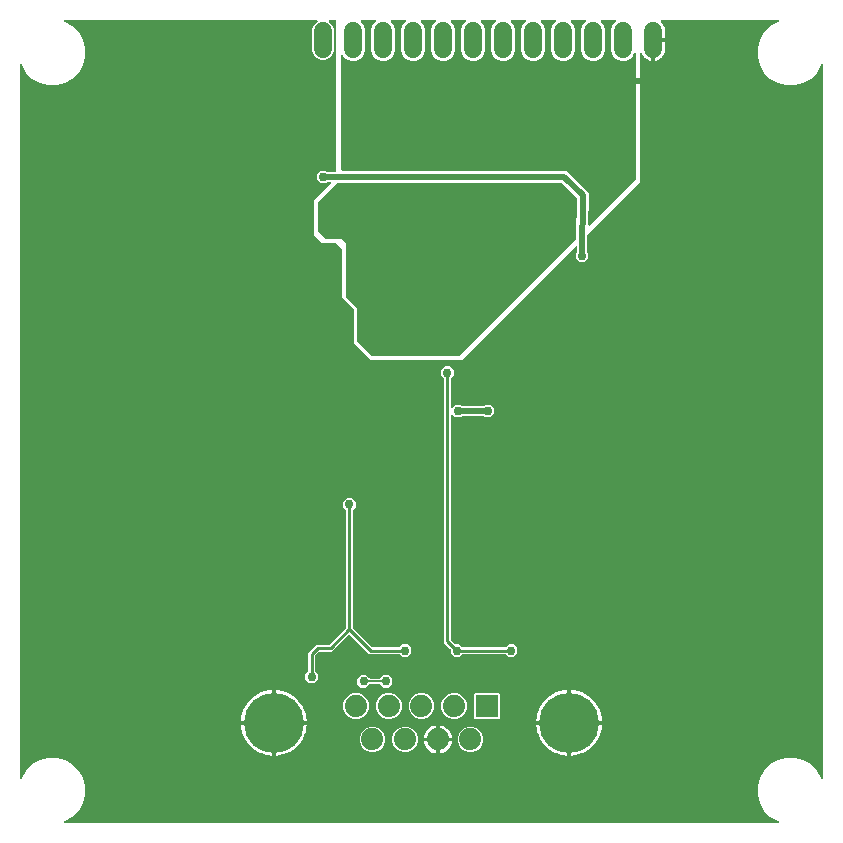
<source format=gbr>
G04 EAGLE Gerber RS-274X export*
G75*
%MOMM*%
%FSLAX34Y34*%
%LPD*%
%INBottom Copper*%
%IPPOS*%
%AMOC8*
5,1,8,0,0,1.08239X$1,22.5*%
G01*
%ADD10C,1.524000*%
%ADD11R,1.879600X1.879600*%
%ADD12C,1.879600*%
%ADD13C,5.080000*%
%ADD14C,0.756400*%
%ADD15C,0.508000*%
%ADD16C,0.254000*%
%ADD17C,0.152400*%

G36*
X651900Y10165D02*
X651900Y10165D01*
X651924Y10162D01*
X652021Y10184D01*
X652119Y10200D01*
X652141Y10212D01*
X652164Y10217D01*
X652249Y10269D01*
X652337Y10316D01*
X652353Y10333D01*
X652374Y10346D01*
X652438Y10422D01*
X652506Y10494D01*
X652516Y10516D01*
X652532Y10534D01*
X652568Y10627D01*
X652610Y10717D01*
X652612Y10741D01*
X652621Y10763D01*
X652626Y10863D01*
X652637Y10961D01*
X652632Y10985D01*
X652633Y11009D01*
X652606Y11105D01*
X652584Y11202D01*
X652572Y11222D01*
X652565Y11246D01*
X652509Y11328D01*
X652458Y11413D01*
X652440Y11429D01*
X652426Y11448D01*
X652347Y11508D01*
X652271Y11573D01*
X652249Y11582D01*
X652230Y11596D01*
X652073Y11657D01*
X651823Y11724D01*
X645516Y15366D01*
X640366Y20516D01*
X636724Y26823D01*
X634839Y33858D01*
X634839Y41142D01*
X636724Y48177D01*
X640366Y54484D01*
X645516Y59634D01*
X651823Y63276D01*
X658858Y65161D01*
X666142Y65161D01*
X673177Y63276D01*
X679484Y59634D01*
X684634Y54484D01*
X688276Y48177D01*
X688343Y47927D01*
X688353Y47904D01*
X688357Y47881D01*
X688403Y47793D01*
X688444Y47702D01*
X688460Y47685D01*
X688472Y47663D01*
X688544Y47595D01*
X688611Y47522D01*
X688632Y47511D01*
X688650Y47494D01*
X688740Y47452D01*
X688827Y47405D01*
X688851Y47401D01*
X688873Y47390D01*
X688972Y47379D01*
X689070Y47362D01*
X689094Y47366D01*
X689117Y47363D01*
X689215Y47384D01*
X689313Y47399D01*
X689334Y47410D01*
X689358Y47416D01*
X689443Y47466D01*
X689531Y47512D01*
X689548Y47529D01*
X689569Y47542D01*
X689634Y47617D01*
X689703Y47689D01*
X689713Y47710D01*
X689729Y47729D01*
X689766Y47821D01*
X689809Y47910D01*
X689812Y47934D01*
X689821Y47957D01*
X689839Y48124D01*
X689839Y651876D01*
X689835Y651900D01*
X689838Y651924D01*
X689816Y652021D01*
X689800Y652119D01*
X689788Y652141D01*
X689783Y652164D01*
X689731Y652249D01*
X689684Y652337D01*
X689667Y652353D01*
X689654Y652374D01*
X689578Y652438D01*
X689506Y652506D01*
X689484Y652516D01*
X689466Y652532D01*
X689373Y652568D01*
X689283Y652610D01*
X689259Y652612D01*
X689237Y652621D01*
X689137Y652626D01*
X689039Y652637D01*
X689015Y652632D01*
X688991Y652633D01*
X688895Y652606D01*
X688798Y652584D01*
X688778Y652572D01*
X688754Y652565D01*
X688672Y652509D01*
X688587Y652458D01*
X688571Y652440D01*
X688552Y652426D01*
X688492Y652347D01*
X688427Y652271D01*
X688418Y652249D01*
X688404Y652230D01*
X688343Y652073D01*
X688276Y651823D01*
X684634Y645516D01*
X679484Y640366D01*
X673177Y636724D01*
X666142Y634839D01*
X658858Y634839D01*
X651823Y636724D01*
X645516Y640366D01*
X640366Y645516D01*
X636724Y651823D01*
X634839Y658858D01*
X634839Y666142D01*
X636724Y673177D01*
X640366Y679484D01*
X645516Y684634D01*
X651823Y688276D01*
X652073Y688343D01*
X652096Y688353D01*
X652119Y688357D01*
X652207Y688403D01*
X652298Y688444D01*
X652315Y688460D01*
X652337Y688472D01*
X652405Y688544D01*
X652478Y688611D01*
X652489Y688632D01*
X652506Y688650D01*
X652548Y688740D01*
X652595Y688827D01*
X652599Y688851D01*
X652610Y688873D01*
X652621Y688972D01*
X652638Y689070D01*
X652634Y689094D01*
X652637Y689117D01*
X652616Y689215D01*
X652601Y689313D01*
X652590Y689334D01*
X652584Y689358D01*
X652534Y689443D01*
X652488Y689531D01*
X652471Y689548D01*
X652458Y689569D01*
X652383Y689634D01*
X652311Y689703D01*
X652290Y689713D01*
X652271Y689729D01*
X652179Y689766D01*
X652090Y689809D01*
X652066Y689812D01*
X652043Y689821D01*
X651876Y689839D01*
X553140Y689839D01*
X553132Y689838D01*
X553124Y689839D01*
X553010Y689818D01*
X552897Y689800D01*
X552890Y689796D01*
X552882Y689794D01*
X552781Y689738D01*
X552680Y689684D01*
X552674Y689679D01*
X552667Y689675D01*
X552590Y689589D01*
X552511Y689506D01*
X552507Y689499D01*
X552502Y689493D01*
X552455Y689387D01*
X552407Y689283D01*
X552406Y689275D01*
X552403Y689268D01*
X552392Y689152D01*
X552380Y689039D01*
X552382Y689031D01*
X552381Y689023D01*
X552408Y688911D01*
X552432Y688798D01*
X552436Y688791D01*
X552438Y688784D01*
X552499Y688686D01*
X552558Y688587D01*
X552564Y688582D01*
X552569Y688575D01*
X552693Y688462D01*
X552819Y688370D01*
X553950Y687239D01*
X554890Y685945D01*
X555616Y684520D01*
X556111Y682999D01*
X556361Y681420D01*
X556361Y674523D01*
X546962Y674523D01*
X546942Y674520D01*
X546923Y674522D01*
X546821Y674500D01*
X546719Y674483D01*
X546702Y674474D01*
X546682Y674470D01*
X546593Y674417D01*
X546502Y674368D01*
X546488Y674354D01*
X546471Y674344D01*
X546404Y674265D01*
X546333Y674190D01*
X546324Y674172D01*
X546311Y674157D01*
X546273Y674061D01*
X546229Y673967D01*
X546227Y673947D01*
X546219Y673929D01*
X546201Y673762D01*
X546201Y672999D01*
X545438Y672999D01*
X545418Y672996D01*
X545399Y672998D01*
X545297Y672976D01*
X545195Y672959D01*
X545178Y672950D01*
X545158Y672946D01*
X545069Y672893D01*
X544978Y672844D01*
X544964Y672830D01*
X544947Y672820D01*
X544880Y672741D01*
X544809Y672666D01*
X544800Y672648D01*
X544787Y672633D01*
X544748Y672537D01*
X544705Y672443D01*
X544703Y672423D01*
X544695Y672405D01*
X544677Y672238D01*
X544677Y655334D01*
X543821Y655469D01*
X542300Y655964D01*
X540875Y656690D01*
X539581Y657630D01*
X538450Y658761D01*
X537510Y660055D01*
X536784Y661480D01*
X536724Y661663D01*
X536722Y661667D01*
X536722Y661671D01*
X536666Y661776D01*
X536611Y661882D01*
X536608Y661885D01*
X536606Y661888D01*
X536521Y661969D01*
X536435Y662053D01*
X536431Y662055D01*
X536428Y662058D01*
X536320Y662108D01*
X536213Y662159D01*
X536209Y662160D01*
X536205Y662161D01*
X536087Y662174D01*
X535969Y662189D01*
X535965Y662188D01*
X535961Y662188D01*
X535844Y662163D01*
X535728Y662139D01*
X535724Y662137D01*
X535720Y662136D01*
X535617Y662075D01*
X535515Y662015D01*
X535513Y662012D01*
X535509Y662010D01*
X535431Y661919D01*
X535353Y661830D01*
X535352Y661826D01*
X535349Y661823D01*
X535304Y661711D01*
X535259Y661603D01*
X535259Y661599D01*
X535257Y661595D01*
X535239Y661428D01*
X535239Y552815D01*
X490455Y508031D01*
X490403Y507960D01*
X490346Y507894D01*
X490332Y507861D01*
X490311Y507831D01*
X490285Y507748D01*
X490252Y507667D01*
X490246Y507621D01*
X490239Y507596D01*
X490239Y507565D01*
X490232Y507500D01*
X490101Y494226D01*
X490116Y494132D01*
X490123Y494038D01*
X490134Y494011D01*
X490139Y493983D01*
X490182Y493899D01*
X490220Y493811D01*
X490242Y493783D01*
X490252Y493765D01*
X490275Y493742D01*
X490324Y493680D01*
X491307Y492698D01*
X491307Y488302D01*
X488198Y485193D01*
X483802Y485193D01*
X480693Y488302D01*
X480693Y492698D01*
X481749Y493754D01*
X481800Y493825D01*
X481858Y493891D01*
X481872Y493925D01*
X481893Y493954D01*
X481918Y494037D01*
X481952Y494118D01*
X481958Y494164D01*
X481965Y494189D01*
X481964Y494220D01*
X481972Y494285D01*
X482006Y497737D01*
X481995Y497812D01*
X481993Y497887D01*
X481976Y497933D01*
X481969Y497980D01*
X481934Y498047D01*
X481908Y498118D01*
X481878Y498156D01*
X481856Y498199D01*
X481802Y498251D01*
X481754Y498310D01*
X481714Y498336D01*
X481679Y498370D01*
X481611Y498402D01*
X481548Y498443D01*
X481501Y498455D01*
X481457Y498476D01*
X481382Y498485D01*
X481309Y498503D01*
X481261Y498500D01*
X481213Y498505D01*
X481139Y498490D01*
X481064Y498484D01*
X481019Y498465D01*
X480972Y498455D01*
X480907Y498417D01*
X480838Y498388D01*
X480787Y498347D01*
X480760Y498331D01*
X480743Y498312D01*
X480707Y498283D01*
X384185Y401761D01*
X307065Y401761D01*
X292761Y416065D01*
X292761Y445000D01*
X292747Y445090D01*
X292739Y445181D01*
X292727Y445211D01*
X292722Y445243D01*
X292679Y445323D01*
X292643Y445407D01*
X292617Y445439D01*
X292606Y445460D01*
X292583Y445482D01*
X292538Y445538D01*
X282761Y455315D01*
X282761Y495500D01*
X282747Y495590D01*
X282739Y495681D01*
X282727Y495711D01*
X282722Y495743D01*
X282679Y495823D01*
X282643Y495907D01*
X282617Y495939D01*
X282606Y495960D01*
X282583Y495982D01*
X282538Y496038D01*
X277538Y501038D01*
X277464Y501091D01*
X277395Y501151D01*
X277365Y501163D01*
X277339Y501182D01*
X277252Y501209D01*
X277167Y501243D01*
X277126Y501247D01*
X277103Y501254D01*
X277071Y501253D01*
X277000Y501261D01*
X265315Y501261D01*
X258761Y507815D01*
X258761Y537185D01*
X273212Y551636D01*
X273254Y551694D01*
X273304Y551746D01*
X273326Y551793D01*
X273356Y551835D01*
X273377Y551904D01*
X273407Y551969D01*
X273413Y552021D01*
X273428Y552071D01*
X273426Y552142D01*
X273434Y552213D01*
X273423Y552264D01*
X273422Y552316D01*
X273397Y552384D01*
X273382Y552454D01*
X273355Y552498D01*
X273337Y552547D01*
X273293Y552603D01*
X273256Y552665D01*
X273216Y552699D01*
X273184Y552739D01*
X273123Y552778D01*
X273069Y552825D01*
X273021Y552844D01*
X272977Y552872D01*
X272907Y552890D01*
X272841Y552917D01*
X272769Y552925D01*
X272738Y552933D01*
X272715Y552931D01*
X272674Y552935D01*
X270755Y552935D01*
X270665Y552921D01*
X270574Y552913D01*
X270545Y552901D01*
X270513Y552896D01*
X270432Y552853D01*
X270348Y552817D01*
X270316Y552791D01*
X270295Y552780D01*
X270292Y552777D01*
X270272Y552757D01*
X270217Y552712D01*
X269198Y551693D01*
X264802Y551693D01*
X261693Y554802D01*
X261693Y559198D01*
X264802Y562307D01*
X269198Y562307D01*
X270217Y561288D01*
X270291Y561235D01*
X270361Y561175D01*
X270391Y561163D01*
X270417Y561144D01*
X270504Y561117D01*
X270589Y561083D01*
X270630Y561079D01*
X270652Y561072D01*
X270684Y561073D01*
X270755Y561065D01*
X277000Y561065D01*
X277020Y561068D01*
X277039Y561066D01*
X277141Y561088D01*
X277243Y561104D01*
X277260Y561114D01*
X277280Y561118D01*
X277369Y561171D01*
X277460Y561220D01*
X277474Y561234D01*
X277491Y561244D01*
X277558Y561323D01*
X277630Y561398D01*
X277638Y561416D01*
X277651Y561431D01*
X277690Y561527D01*
X277733Y561621D01*
X277735Y561641D01*
X277743Y561659D01*
X277761Y561826D01*
X277761Y689078D01*
X277758Y689098D01*
X277760Y689117D01*
X277738Y689219D01*
X277722Y689321D01*
X277712Y689338D01*
X277708Y689358D01*
X277655Y689447D01*
X277606Y689538D01*
X277592Y689552D01*
X277582Y689569D01*
X277503Y689636D01*
X277428Y689708D01*
X277410Y689716D01*
X277395Y689729D01*
X277299Y689768D01*
X277205Y689811D01*
X277185Y689813D01*
X277167Y689821D01*
X277000Y689839D01*
X272266Y689839D01*
X272170Y689824D01*
X272073Y689814D01*
X272049Y689804D01*
X272023Y689800D01*
X271937Y689754D01*
X271848Y689714D01*
X271829Y689697D01*
X271806Y689684D01*
X271739Y689614D01*
X271667Y689548D01*
X271655Y689525D01*
X271637Y689506D01*
X271596Y689418D01*
X271549Y689332D01*
X271544Y689307D01*
X271533Y689283D01*
X271522Y689186D01*
X271505Y689090D01*
X271509Y689064D01*
X271506Y689039D01*
X271527Y688943D01*
X271541Y688847D01*
X271553Y688824D01*
X271558Y688798D01*
X271608Y688714D01*
X271652Y688628D01*
X271671Y688609D01*
X271684Y688587D01*
X271758Y688524D01*
X271828Y688455D01*
X271856Y688440D01*
X271871Y688427D01*
X271902Y688415D01*
X271975Y688375D01*
X271980Y688372D01*
X274553Y685800D01*
X275945Y682439D01*
X275945Y663561D01*
X274553Y660200D01*
X271980Y657627D01*
X268619Y656235D01*
X264981Y656235D01*
X261620Y657627D01*
X259047Y660200D01*
X257655Y663561D01*
X257655Y682439D01*
X259047Y685800D01*
X261620Y688372D01*
X261625Y688375D01*
X261708Y688426D01*
X261794Y688472D01*
X261812Y688490D01*
X261834Y688504D01*
X261896Y688579D01*
X261963Y688650D01*
X261974Y688674D01*
X261991Y688694D01*
X262026Y688785D01*
X262067Y688873D01*
X262070Y688899D01*
X262079Y688923D01*
X262083Y689021D01*
X262094Y689117D01*
X262089Y689143D01*
X262090Y689169D01*
X262063Y689262D01*
X262042Y689358D01*
X262029Y689380D01*
X262021Y689405D01*
X261966Y689485D01*
X261916Y689569D01*
X261896Y689586D01*
X261881Y689607D01*
X261803Y689665D01*
X261729Y689729D01*
X261705Y689739D01*
X261684Y689754D01*
X261591Y689784D01*
X261501Y689821D01*
X261468Y689824D01*
X261450Y689830D01*
X261417Y689830D01*
X261334Y689839D01*
X48124Y689839D01*
X48100Y689835D01*
X48076Y689838D01*
X47979Y689816D01*
X47881Y689800D01*
X47859Y689788D01*
X47836Y689783D01*
X47751Y689731D01*
X47663Y689684D01*
X47647Y689667D01*
X47626Y689654D01*
X47562Y689578D01*
X47494Y689506D01*
X47484Y689484D01*
X47468Y689466D01*
X47432Y689373D01*
X47390Y689283D01*
X47388Y689259D01*
X47379Y689237D01*
X47374Y689137D01*
X47363Y689039D01*
X47368Y689015D01*
X47367Y688991D01*
X47394Y688895D01*
X47416Y688798D01*
X47428Y688778D01*
X47435Y688754D01*
X47491Y688672D01*
X47542Y688587D01*
X47560Y688571D01*
X47574Y688552D01*
X47653Y688492D01*
X47729Y688427D01*
X47751Y688418D01*
X47770Y688404D01*
X47927Y688343D01*
X48177Y688276D01*
X54484Y684634D01*
X59634Y679484D01*
X63276Y673177D01*
X65161Y666142D01*
X65161Y658858D01*
X63276Y651823D01*
X59634Y645516D01*
X54484Y640366D01*
X48177Y636724D01*
X41142Y634839D01*
X33858Y634839D01*
X26823Y636724D01*
X20516Y640366D01*
X15366Y645516D01*
X11724Y651823D01*
X11657Y652073D01*
X11647Y652096D01*
X11643Y652119D01*
X11597Y652207D01*
X11556Y652298D01*
X11540Y652315D01*
X11528Y652337D01*
X11456Y652405D01*
X11389Y652478D01*
X11368Y652489D01*
X11350Y652506D01*
X11260Y652548D01*
X11173Y652595D01*
X11149Y652599D01*
X11127Y652610D01*
X11028Y652621D01*
X10930Y652638D01*
X10906Y652634D01*
X10883Y652637D01*
X10785Y652616D01*
X10687Y652601D01*
X10666Y652590D01*
X10642Y652584D01*
X10557Y652534D01*
X10469Y652488D01*
X10452Y652471D01*
X10431Y652458D01*
X10366Y652383D01*
X10297Y652311D01*
X10287Y652290D01*
X10271Y652271D01*
X10234Y652179D01*
X10191Y652090D01*
X10188Y652066D01*
X10179Y652043D01*
X10161Y651876D01*
X10161Y48124D01*
X10165Y48100D01*
X10162Y48076D01*
X10184Y47979D01*
X10200Y47881D01*
X10212Y47859D01*
X10217Y47836D01*
X10269Y47751D01*
X10316Y47663D01*
X10333Y47647D01*
X10346Y47626D01*
X10422Y47562D01*
X10494Y47494D01*
X10516Y47484D01*
X10534Y47468D01*
X10627Y47432D01*
X10717Y47390D01*
X10741Y47388D01*
X10763Y47379D01*
X10863Y47374D01*
X10961Y47363D01*
X10985Y47368D01*
X11009Y47367D01*
X11105Y47394D01*
X11202Y47416D01*
X11222Y47428D01*
X11246Y47435D01*
X11328Y47491D01*
X11413Y47542D01*
X11429Y47560D01*
X11448Y47574D01*
X11508Y47653D01*
X11573Y47729D01*
X11582Y47751D01*
X11596Y47770D01*
X11657Y47927D01*
X11724Y48177D01*
X15366Y54484D01*
X20516Y59634D01*
X26823Y63276D01*
X33858Y65161D01*
X41142Y65161D01*
X48177Y63276D01*
X54484Y59634D01*
X59634Y54484D01*
X63276Y48177D01*
X65161Y41142D01*
X65161Y33858D01*
X63276Y26823D01*
X59634Y20516D01*
X54484Y15366D01*
X48177Y11724D01*
X47927Y11657D01*
X47904Y11647D01*
X47881Y11643D01*
X47793Y11597D01*
X47702Y11556D01*
X47685Y11540D01*
X47663Y11528D01*
X47595Y11456D01*
X47522Y11389D01*
X47511Y11368D01*
X47494Y11350D01*
X47452Y11260D01*
X47405Y11173D01*
X47401Y11149D01*
X47390Y11127D01*
X47379Y11028D01*
X47362Y10930D01*
X47366Y10906D01*
X47363Y10883D01*
X47384Y10785D01*
X47399Y10687D01*
X47410Y10666D01*
X47416Y10642D01*
X47466Y10557D01*
X47512Y10469D01*
X47529Y10452D01*
X47542Y10431D01*
X47617Y10366D01*
X47689Y10297D01*
X47710Y10287D01*
X47729Y10271D01*
X47821Y10234D01*
X47910Y10191D01*
X47934Y10188D01*
X47957Y10179D01*
X48124Y10161D01*
X651876Y10161D01*
X651900Y10165D01*
G37*
G36*
X492204Y515853D02*
X492204Y515853D01*
X492279Y515859D01*
X492324Y515878D01*
X492371Y515887D01*
X492436Y515926D01*
X492505Y515955D01*
X492556Y515996D01*
X492583Y516012D01*
X492600Y516031D01*
X492636Y516060D01*
X531538Y554962D01*
X531591Y555036D01*
X531651Y555105D01*
X531663Y555135D01*
X531682Y555161D01*
X531709Y555248D01*
X531743Y555333D01*
X531747Y555374D01*
X531754Y555397D01*
X531753Y555429D01*
X531761Y555500D01*
X531761Y661464D01*
X531746Y661561D01*
X531736Y661658D01*
X531726Y661681D01*
X531722Y661707D01*
X531676Y661793D01*
X531636Y661882D01*
X531619Y661902D01*
X531606Y661925D01*
X531536Y661992D01*
X531470Y662063D01*
X531447Y662076D01*
X531428Y662094D01*
X531340Y662135D01*
X531254Y662182D01*
X531229Y662187D01*
X531205Y662198D01*
X531108Y662208D01*
X531012Y662226D01*
X530986Y662222D01*
X530961Y662225D01*
X530865Y662204D01*
X530769Y662190D01*
X530746Y662178D01*
X530720Y662172D01*
X530637Y662123D01*
X530550Y662078D01*
X530531Y662060D01*
X530509Y662046D01*
X530446Y661972D01*
X530378Y661903D01*
X530362Y661874D01*
X530349Y661859D01*
X530337Y661829D01*
X530297Y661756D01*
X529414Y659624D01*
X526556Y656766D01*
X522821Y655219D01*
X518779Y655219D01*
X515044Y656766D01*
X512186Y659624D01*
X510639Y663359D01*
X510639Y682641D01*
X512186Y686376D01*
X514350Y688540D01*
X514392Y688598D01*
X514442Y688650D01*
X514463Y688697D01*
X514494Y688739D01*
X514515Y688808D01*
X514545Y688873D01*
X514551Y688925D01*
X514566Y688975D01*
X514564Y689046D01*
X514572Y689117D01*
X514561Y689168D01*
X514560Y689220D01*
X514535Y689288D01*
X514520Y689358D01*
X514493Y689403D01*
X514475Y689451D01*
X514431Y689507D01*
X514394Y689569D01*
X514354Y689603D01*
X514322Y689643D01*
X514261Y689682D01*
X514207Y689729D01*
X514159Y689748D01*
X514115Y689776D01*
X514045Y689794D01*
X513979Y689821D01*
X513907Y689829D01*
X513876Y689837D01*
X513853Y689835D01*
X513812Y689839D01*
X502388Y689839D01*
X502317Y689828D01*
X502246Y689826D01*
X502197Y689808D01*
X502145Y689800D01*
X502082Y689766D01*
X502015Y689741D01*
X501974Y689709D01*
X501928Y689684D01*
X501879Y689632D01*
X501823Y689588D01*
X501794Y689544D01*
X501758Y689506D01*
X501728Y689441D01*
X501690Y689381D01*
X501677Y689330D01*
X501655Y689283D01*
X501647Y689212D01*
X501629Y689142D01*
X501634Y689090D01*
X501628Y689039D01*
X501643Y688968D01*
X501649Y688897D01*
X501669Y688849D01*
X501680Y688798D01*
X501717Y688737D01*
X501745Y688671D01*
X501790Y688615D01*
X501806Y688587D01*
X501824Y688572D01*
X501850Y688540D01*
X504014Y686376D01*
X505561Y682641D01*
X505561Y663359D01*
X504014Y659624D01*
X501156Y656766D01*
X497421Y655219D01*
X493379Y655219D01*
X489644Y656766D01*
X486786Y659624D01*
X485239Y663359D01*
X485239Y682641D01*
X486786Y686376D01*
X488950Y688540D01*
X488992Y688598D01*
X489042Y688650D01*
X489063Y688697D01*
X489094Y688739D01*
X489115Y688808D01*
X489145Y688873D01*
X489151Y688925D01*
X489166Y688975D01*
X489164Y689046D01*
X489172Y689117D01*
X489161Y689168D01*
X489160Y689220D01*
X489135Y689288D01*
X489120Y689358D01*
X489093Y689403D01*
X489075Y689451D01*
X489031Y689507D01*
X488994Y689569D01*
X488954Y689603D01*
X488922Y689643D01*
X488861Y689682D01*
X488807Y689729D01*
X488759Y689748D01*
X488715Y689776D01*
X488645Y689794D01*
X488579Y689821D01*
X488507Y689829D01*
X488476Y689837D01*
X488453Y689835D01*
X488412Y689839D01*
X476988Y689839D01*
X476917Y689828D01*
X476846Y689826D01*
X476797Y689808D01*
X476745Y689800D01*
X476682Y689766D01*
X476615Y689741D01*
X476574Y689709D01*
X476528Y689684D01*
X476479Y689632D01*
X476423Y689588D01*
X476394Y689544D01*
X476358Y689506D01*
X476328Y689441D01*
X476290Y689381D01*
X476277Y689330D01*
X476255Y689283D01*
X476247Y689212D01*
X476229Y689142D01*
X476234Y689090D01*
X476228Y689039D01*
X476243Y688968D01*
X476249Y688897D01*
X476269Y688849D01*
X476280Y688798D01*
X476317Y688737D01*
X476345Y688671D01*
X476390Y688615D01*
X476406Y688587D01*
X476424Y688572D01*
X476450Y688540D01*
X478614Y686376D01*
X480161Y682641D01*
X480161Y663359D01*
X478614Y659624D01*
X475756Y656766D01*
X472021Y655219D01*
X467979Y655219D01*
X464244Y656766D01*
X461386Y659624D01*
X459839Y663359D01*
X459839Y682641D01*
X461386Y686376D01*
X463550Y688540D01*
X463592Y688598D01*
X463642Y688650D01*
X463663Y688697D01*
X463694Y688739D01*
X463715Y688808D01*
X463745Y688873D01*
X463751Y688925D01*
X463766Y688975D01*
X463764Y689046D01*
X463772Y689117D01*
X463761Y689168D01*
X463760Y689220D01*
X463735Y689288D01*
X463720Y689358D01*
X463693Y689403D01*
X463675Y689451D01*
X463631Y689507D01*
X463594Y689569D01*
X463554Y689603D01*
X463522Y689643D01*
X463461Y689682D01*
X463407Y689729D01*
X463359Y689748D01*
X463315Y689776D01*
X463245Y689794D01*
X463179Y689821D01*
X463107Y689829D01*
X463076Y689837D01*
X463053Y689835D01*
X463012Y689839D01*
X451588Y689839D01*
X451517Y689828D01*
X451446Y689826D01*
X451397Y689808D01*
X451345Y689800D01*
X451282Y689766D01*
X451215Y689741D01*
X451174Y689709D01*
X451128Y689684D01*
X451079Y689632D01*
X451023Y689588D01*
X450994Y689544D01*
X450958Y689506D01*
X450928Y689441D01*
X450890Y689381D01*
X450877Y689330D01*
X450855Y689283D01*
X450847Y689212D01*
X450829Y689142D01*
X450834Y689090D01*
X450828Y689039D01*
X450843Y688968D01*
X450849Y688897D01*
X450869Y688849D01*
X450880Y688798D01*
X450917Y688737D01*
X450945Y688671D01*
X450990Y688615D01*
X451006Y688587D01*
X451024Y688572D01*
X451050Y688540D01*
X453214Y686376D01*
X454761Y682641D01*
X454761Y663359D01*
X453214Y659624D01*
X450356Y656766D01*
X446621Y655219D01*
X442579Y655219D01*
X438844Y656766D01*
X435986Y659624D01*
X434439Y663359D01*
X434439Y682641D01*
X435986Y686376D01*
X438150Y688540D01*
X438192Y688598D01*
X438242Y688650D01*
X438263Y688697D01*
X438294Y688739D01*
X438315Y688808D01*
X438345Y688873D01*
X438351Y688925D01*
X438366Y688975D01*
X438364Y689046D01*
X438372Y689117D01*
X438361Y689168D01*
X438360Y689220D01*
X438335Y689288D01*
X438320Y689358D01*
X438293Y689403D01*
X438275Y689451D01*
X438231Y689507D01*
X438194Y689569D01*
X438154Y689603D01*
X438122Y689643D01*
X438061Y689682D01*
X438007Y689729D01*
X437959Y689748D01*
X437915Y689776D01*
X437845Y689794D01*
X437779Y689821D01*
X437707Y689829D01*
X437676Y689837D01*
X437653Y689835D01*
X437612Y689839D01*
X426188Y689839D01*
X426117Y689828D01*
X426046Y689826D01*
X425997Y689808D01*
X425945Y689800D01*
X425882Y689766D01*
X425815Y689741D01*
X425774Y689709D01*
X425728Y689684D01*
X425679Y689632D01*
X425623Y689588D01*
X425594Y689544D01*
X425558Y689506D01*
X425528Y689441D01*
X425490Y689381D01*
X425477Y689330D01*
X425455Y689283D01*
X425447Y689212D01*
X425429Y689142D01*
X425434Y689090D01*
X425428Y689039D01*
X425443Y688968D01*
X425449Y688897D01*
X425469Y688849D01*
X425480Y688798D01*
X425517Y688737D01*
X425545Y688671D01*
X425590Y688615D01*
X425606Y688587D01*
X425624Y688572D01*
X425650Y688540D01*
X427814Y686376D01*
X429361Y682641D01*
X429361Y663359D01*
X427814Y659624D01*
X424956Y656766D01*
X421221Y655219D01*
X417179Y655219D01*
X413444Y656766D01*
X410586Y659624D01*
X409039Y663359D01*
X409039Y682641D01*
X410586Y686376D01*
X412750Y688540D01*
X412792Y688598D01*
X412842Y688650D01*
X412863Y688697D01*
X412894Y688739D01*
X412915Y688808D01*
X412945Y688873D01*
X412951Y688925D01*
X412966Y688975D01*
X412964Y689046D01*
X412972Y689117D01*
X412961Y689168D01*
X412960Y689220D01*
X412935Y689288D01*
X412920Y689358D01*
X412893Y689403D01*
X412875Y689451D01*
X412831Y689507D01*
X412794Y689569D01*
X412754Y689603D01*
X412722Y689643D01*
X412661Y689682D01*
X412607Y689729D01*
X412559Y689748D01*
X412515Y689776D01*
X412445Y689794D01*
X412379Y689821D01*
X412307Y689829D01*
X412276Y689837D01*
X412253Y689835D01*
X412212Y689839D01*
X400788Y689839D01*
X400717Y689828D01*
X400646Y689826D01*
X400597Y689808D01*
X400545Y689800D01*
X400482Y689766D01*
X400415Y689741D01*
X400374Y689709D01*
X400328Y689684D01*
X400279Y689632D01*
X400223Y689588D01*
X400194Y689544D01*
X400158Y689506D01*
X400128Y689441D01*
X400090Y689381D01*
X400077Y689330D01*
X400055Y689283D01*
X400047Y689212D01*
X400029Y689142D01*
X400034Y689090D01*
X400028Y689039D01*
X400043Y688968D01*
X400049Y688897D01*
X400069Y688849D01*
X400080Y688798D01*
X400117Y688737D01*
X400145Y688671D01*
X400190Y688615D01*
X400206Y688587D01*
X400224Y688572D01*
X400250Y688540D01*
X402414Y686376D01*
X403961Y682641D01*
X403961Y663359D01*
X402414Y659624D01*
X399556Y656766D01*
X395821Y655219D01*
X391779Y655219D01*
X388044Y656766D01*
X385186Y659624D01*
X383639Y663359D01*
X383639Y682641D01*
X385186Y686376D01*
X387350Y688540D01*
X387392Y688598D01*
X387442Y688650D01*
X387463Y688697D01*
X387494Y688739D01*
X387515Y688808D01*
X387545Y688873D01*
X387551Y688925D01*
X387566Y688975D01*
X387564Y689046D01*
X387572Y689117D01*
X387561Y689168D01*
X387560Y689220D01*
X387535Y689288D01*
X387520Y689358D01*
X387493Y689403D01*
X387475Y689451D01*
X387431Y689507D01*
X387394Y689569D01*
X387354Y689603D01*
X387322Y689643D01*
X387261Y689682D01*
X387207Y689729D01*
X387159Y689748D01*
X387115Y689776D01*
X387045Y689794D01*
X386979Y689821D01*
X386907Y689829D01*
X386876Y689837D01*
X386853Y689835D01*
X386812Y689839D01*
X375388Y689839D01*
X375317Y689828D01*
X375246Y689826D01*
X375197Y689808D01*
X375145Y689800D01*
X375082Y689766D01*
X375015Y689741D01*
X374974Y689709D01*
X374928Y689684D01*
X374879Y689632D01*
X374823Y689588D01*
X374794Y689544D01*
X374758Y689506D01*
X374728Y689441D01*
X374690Y689381D01*
X374677Y689330D01*
X374655Y689283D01*
X374647Y689212D01*
X374629Y689142D01*
X374634Y689090D01*
X374628Y689039D01*
X374643Y688968D01*
X374649Y688897D01*
X374669Y688849D01*
X374680Y688798D01*
X374717Y688737D01*
X374745Y688671D01*
X374790Y688615D01*
X374806Y688587D01*
X374824Y688572D01*
X374850Y688540D01*
X377014Y686376D01*
X378561Y682641D01*
X378561Y663359D01*
X377014Y659624D01*
X374156Y656766D01*
X370421Y655219D01*
X366379Y655219D01*
X362644Y656766D01*
X359786Y659624D01*
X358239Y663359D01*
X358239Y682641D01*
X359786Y686376D01*
X361950Y688540D01*
X361992Y688598D01*
X362042Y688650D01*
X362063Y688697D01*
X362094Y688739D01*
X362115Y688808D01*
X362145Y688873D01*
X362151Y688925D01*
X362166Y688975D01*
X362164Y689046D01*
X362172Y689117D01*
X362161Y689168D01*
X362160Y689220D01*
X362135Y689288D01*
X362120Y689358D01*
X362093Y689403D01*
X362075Y689451D01*
X362031Y689507D01*
X361994Y689569D01*
X361954Y689603D01*
X361922Y689643D01*
X361861Y689682D01*
X361807Y689729D01*
X361759Y689748D01*
X361715Y689776D01*
X361645Y689794D01*
X361579Y689821D01*
X361507Y689829D01*
X361476Y689837D01*
X361453Y689835D01*
X361412Y689839D01*
X349988Y689839D01*
X349917Y689828D01*
X349846Y689826D01*
X349797Y689808D01*
X349745Y689800D01*
X349682Y689766D01*
X349615Y689741D01*
X349574Y689709D01*
X349528Y689684D01*
X349479Y689632D01*
X349423Y689588D01*
X349394Y689544D01*
X349358Y689506D01*
X349328Y689441D01*
X349290Y689381D01*
X349277Y689330D01*
X349255Y689283D01*
X349247Y689212D01*
X349229Y689142D01*
X349234Y689090D01*
X349228Y689039D01*
X349243Y688968D01*
X349249Y688897D01*
X349269Y688849D01*
X349280Y688798D01*
X349317Y688737D01*
X349345Y688671D01*
X349390Y688615D01*
X349406Y688587D01*
X349424Y688572D01*
X349450Y688540D01*
X351614Y686376D01*
X353161Y682641D01*
X353161Y663359D01*
X351614Y659624D01*
X348756Y656766D01*
X345021Y655219D01*
X340979Y655219D01*
X337244Y656766D01*
X334386Y659624D01*
X332839Y663359D01*
X332839Y682641D01*
X334386Y686376D01*
X336550Y688540D01*
X336592Y688598D01*
X336642Y688650D01*
X336663Y688697D01*
X336694Y688739D01*
X336715Y688808D01*
X336745Y688873D01*
X336751Y688925D01*
X336766Y688975D01*
X336764Y689046D01*
X336772Y689117D01*
X336761Y689168D01*
X336760Y689220D01*
X336735Y689288D01*
X336720Y689358D01*
X336693Y689403D01*
X336675Y689451D01*
X336631Y689507D01*
X336594Y689569D01*
X336554Y689603D01*
X336522Y689643D01*
X336461Y689682D01*
X336407Y689729D01*
X336359Y689748D01*
X336315Y689776D01*
X336245Y689794D01*
X336179Y689821D01*
X336107Y689829D01*
X336076Y689837D01*
X336053Y689835D01*
X336012Y689839D01*
X324588Y689839D01*
X324517Y689828D01*
X324446Y689826D01*
X324397Y689808D01*
X324345Y689800D01*
X324282Y689766D01*
X324215Y689741D01*
X324174Y689709D01*
X324128Y689684D01*
X324079Y689632D01*
X324023Y689588D01*
X323994Y689544D01*
X323958Y689506D01*
X323928Y689441D01*
X323890Y689381D01*
X323877Y689330D01*
X323855Y689283D01*
X323847Y689212D01*
X323829Y689142D01*
X323834Y689090D01*
X323828Y689039D01*
X323843Y688968D01*
X323849Y688897D01*
X323869Y688849D01*
X323880Y688798D01*
X323917Y688737D01*
X323945Y688671D01*
X323990Y688615D01*
X324006Y688587D01*
X324024Y688572D01*
X324050Y688540D01*
X326214Y686376D01*
X327761Y682641D01*
X327761Y663359D01*
X326214Y659624D01*
X323356Y656766D01*
X319621Y655219D01*
X315579Y655219D01*
X311844Y656766D01*
X308986Y659624D01*
X307439Y663359D01*
X307439Y682641D01*
X308986Y686376D01*
X311150Y688540D01*
X311192Y688598D01*
X311242Y688650D01*
X311263Y688697D01*
X311294Y688739D01*
X311315Y688808D01*
X311345Y688873D01*
X311351Y688925D01*
X311366Y688975D01*
X311364Y689046D01*
X311372Y689117D01*
X311361Y689168D01*
X311360Y689220D01*
X311335Y689288D01*
X311320Y689358D01*
X311293Y689403D01*
X311275Y689451D01*
X311231Y689507D01*
X311194Y689569D01*
X311154Y689603D01*
X311122Y689643D01*
X311061Y689682D01*
X311007Y689729D01*
X310959Y689748D01*
X310915Y689776D01*
X310845Y689794D01*
X310779Y689821D01*
X310707Y689829D01*
X310676Y689837D01*
X310653Y689835D01*
X310612Y689839D01*
X299188Y689839D01*
X299117Y689828D01*
X299046Y689826D01*
X298997Y689808D01*
X298945Y689800D01*
X298882Y689766D01*
X298815Y689741D01*
X298774Y689709D01*
X298728Y689684D01*
X298679Y689632D01*
X298623Y689588D01*
X298594Y689544D01*
X298558Y689506D01*
X298528Y689441D01*
X298490Y689381D01*
X298477Y689330D01*
X298455Y689283D01*
X298447Y689212D01*
X298429Y689142D01*
X298434Y689090D01*
X298428Y689039D01*
X298443Y688968D01*
X298449Y688897D01*
X298469Y688849D01*
X298480Y688798D01*
X298517Y688737D01*
X298545Y688671D01*
X298590Y688615D01*
X298606Y688587D01*
X298624Y688572D01*
X298650Y688540D01*
X300814Y686376D01*
X302361Y682641D01*
X302361Y663359D01*
X300814Y659624D01*
X297956Y656766D01*
X294221Y655219D01*
X290179Y655219D01*
X286444Y656766D01*
X283586Y659624D01*
X283352Y660189D01*
X283300Y660273D01*
X283254Y660360D01*
X283236Y660377D01*
X283223Y660398D01*
X283146Y660461D01*
X283075Y660529D01*
X283052Y660540D01*
X283033Y660555D01*
X282941Y660591D01*
X282851Y660632D01*
X282827Y660635D01*
X282803Y660643D01*
X282705Y660648D01*
X282607Y660658D01*
X282582Y660653D01*
X282558Y660654D01*
X282463Y660626D01*
X282366Y660605D01*
X282345Y660592D01*
X282321Y660585D01*
X282240Y660529D01*
X282156Y660478D01*
X282140Y660459D01*
X282119Y660445D01*
X282060Y660366D01*
X281997Y660291D01*
X281987Y660268D01*
X281973Y660248D01*
X281942Y660154D01*
X281905Y660062D01*
X281902Y660032D01*
X281896Y660014D01*
X281897Y659981D01*
X281888Y659895D01*
X282248Y562839D01*
X282251Y562821D01*
X282249Y562803D01*
X282271Y562700D01*
X282288Y562597D01*
X282297Y562580D01*
X282301Y562562D01*
X282355Y562472D01*
X282404Y562380D01*
X282418Y562367D01*
X282427Y562351D01*
X282507Y562283D01*
X282583Y562211D01*
X282600Y562203D01*
X282614Y562191D01*
X282712Y562152D01*
X282807Y562108D01*
X282825Y562106D01*
X282842Y562099D01*
X283009Y562081D01*
X473105Y562081D01*
X488405Y546780D01*
X488476Y546729D01*
X488543Y546671D01*
X488547Y546669D01*
X490108Y545077D01*
X490110Y545076D01*
X490113Y545072D01*
X491601Y543584D01*
X491581Y541479D01*
X491581Y541476D01*
X491581Y541472D01*
X491581Y539239D01*
X491577Y539231D01*
X491572Y539185D01*
X491564Y539160D01*
X491565Y539129D01*
X491557Y539064D01*
X491337Y516606D01*
X491348Y516531D01*
X491350Y516456D01*
X491367Y516410D01*
X491374Y516362D01*
X491409Y516296D01*
X491435Y516225D01*
X491465Y516187D01*
X491487Y516144D01*
X491541Y516092D01*
X491588Y516033D01*
X491629Y516006D01*
X491664Y515973D01*
X491732Y515940D01*
X491795Y515900D01*
X491842Y515888D01*
X491886Y515867D01*
X491961Y515858D01*
X492034Y515840D01*
X492082Y515843D01*
X492130Y515838D01*
X492204Y515853D01*
G37*
G36*
X381590Y405254D02*
X381590Y405254D01*
X381681Y405261D01*
X381711Y405273D01*
X381743Y405279D01*
X381823Y405321D01*
X381907Y405357D01*
X381939Y405383D01*
X381960Y405394D01*
X381982Y405417D01*
X382038Y405462D01*
X480836Y504260D01*
X480887Y504331D01*
X480945Y504397D01*
X480959Y504430D01*
X480980Y504459D01*
X481005Y504543D01*
X481039Y504624D01*
X481045Y504670D01*
X481052Y504694D01*
X481051Y504726D01*
X481059Y504790D01*
X481395Y539096D01*
X481381Y539190D01*
X481374Y539285D01*
X481362Y539311D01*
X481358Y539340D01*
X481315Y539424D01*
X481277Y539511D01*
X481255Y539539D01*
X481245Y539558D01*
X481222Y539581D01*
X481173Y539642D01*
X469118Y551696D01*
X469045Y551749D01*
X468975Y551809D01*
X468945Y551821D01*
X468919Y551840D01*
X468832Y551867D01*
X468747Y551901D01*
X468706Y551905D01*
X468684Y551912D01*
X468651Y551911D01*
X468580Y551919D01*
X279158Y551919D01*
X279068Y551905D01*
X278977Y551897D01*
X278947Y551885D01*
X278915Y551880D01*
X278835Y551837D01*
X278751Y551801D01*
X278719Y551775D01*
X278698Y551764D01*
X278676Y551741D01*
X278620Y551696D01*
X262962Y536038D01*
X262909Y535964D01*
X262849Y535895D01*
X262837Y535865D01*
X262818Y535839D01*
X262791Y535752D01*
X262757Y535667D01*
X262753Y535626D01*
X262746Y535603D01*
X262747Y535571D01*
X262739Y535500D01*
X262739Y511000D01*
X262754Y510910D01*
X262761Y510819D01*
X262773Y510789D01*
X262779Y510757D01*
X262821Y510677D01*
X262857Y510593D01*
X262883Y510561D01*
X262894Y510540D01*
X262917Y510518D01*
X262962Y510462D01*
X268462Y504962D01*
X268536Y504909D01*
X268605Y504849D01*
X268635Y504837D01*
X268661Y504818D01*
X268748Y504791D01*
X268833Y504757D01*
X268874Y504753D01*
X268897Y504746D01*
X268929Y504747D01*
X269000Y504739D01*
X282685Y504739D01*
X286239Y501185D01*
X286239Y456023D01*
X286252Y455942D01*
X286256Y455861D01*
X286272Y455822D01*
X286279Y455780D01*
X286316Y455708D01*
X286346Y455633D01*
X286380Y455588D01*
X286394Y455562D01*
X286414Y455543D01*
X286448Y455499D01*
X295739Y445697D01*
X295739Y417500D01*
X295754Y417410D01*
X295761Y417319D01*
X295773Y417289D01*
X295779Y417257D01*
X295821Y417177D01*
X295857Y417093D01*
X295883Y417061D01*
X295894Y417040D01*
X295917Y417018D01*
X295962Y416962D01*
X307462Y405462D01*
X307536Y405409D01*
X307605Y405349D01*
X307635Y405337D01*
X307661Y405318D01*
X307748Y405291D01*
X307833Y405257D01*
X307874Y405253D01*
X307897Y405246D01*
X307929Y405247D01*
X308000Y405239D01*
X381500Y405239D01*
X381590Y405254D01*
G37*
%LPC*%
G36*
X377802Y150693D02*
X377802Y150693D01*
X374693Y153802D01*
X374693Y157039D01*
X374679Y157129D01*
X374671Y157220D01*
X374659Y157250D01*
X374654Y157282D01*
X374611Y157362D01*
X374575Y157446D01*
X374549Y157478D01*
X374538Y157499D01*
X374515Y157521D01*
X374470Y157577D01*
X369205Y162842D01*
X369205Y386475D01*
X369191Y386565D01*
X369183Y386656D01*
X369171Y386685D01*
X369166Y386717D01*
X369123Y386798D01*
X369087Y386882D01*
X369061Y386914D01*
X369050Y386935D01*
X369027Y386957D01*
X368982Y387013D01*
X366693Y389302D01*
X366693Y393698D01*
X369802Y396807D01*
X374198Y396807D01*
X377307Y393698D01*
X377307Y389302D01*
X375018Y387013D01*
X374965Y386939D01*
X374905Y386869D01*
X374893Y386839D01*
X374874Y386813D01*
X374847Y386726D01*
X374813Y386641D01*
X374809Y386600D01*
X374802Y386578D01*
X374803Y386546D01*
X374795Y386475D01*
X374795Y362137D01*
X374806Y362067D01*
X374808Y361995D01*
X374826Y361946D01*
X374834Y361895D01*
X374868Y361831D01*
X374893Y361764D01*
X374925Y361723D01*
X374950Y361677D01*
X375002Y361628D01*
X375046Y361572D01*
X375090Y361544D01*
X375128Y361508D01*
X375193Y361478D01*
X375253Y361439D01*
X375304Y361426D01*
X375351Y361404D01*
X375422Y361396D01*
X375492Y361379D01*
X375544Y361383D01*
X375595Y361377D01*
X375666Y361392D01*
X375737Y361398D01*
X375785Y361418D01*
X375836Y361429D01*
X375897Y361466D01*
X375963Y361494D01*
X376019Y361539D01*
X376047Y361556D01*
X376062Y361573D01*
X376094Y361599D01*
X378802Y364307D01*
X383198Y364307D01*
X384217Y363288D01*
X384291Y363235D01*
X384361Y363175D01*
X384391Y363163D01*
X384417Y363144D01*
X384504Y363117D01*
X384589Y363083D01*
X384630Y363079D01*
X384652Y363072D01*
X384684Y363073D01*
X384755Y363065D01*
X402245Y363065D01*
X402335Y363079D01*
X402426Y363087D01*
X402455Y363099D01*
X402487Y363104D01*
X402568Y363147D01*
X402652Y363183D01*
X402684Y363209D01*
X402705Y363220D01*
X402727Y363243D01*
X402783Y363288D01*
X403802Y364307D01*
X408198Y364307D01*
X411307Y361198D01*
X411307Y356802D01*
X408198Y353693D01*
X403802Y353693D01*
X402783Y354712D01*
X402709Y354765D01*
X402639Y354825D01*
X402609Y354837D01*
X402583Y354856D01*
X402496Y354883D01*
X402411Y354917D01*
X402370Y354921D01*
X402348Y354928D01*
X402316Y354927D01*
X402245Y354935D01*
X384755Y354935D01*
X384665Y354921D01*
X384574Y354913D01*
X384545Y354901D01*
X384513Y354896D01*
X384432Y354853D01*
X384348Y354817D01*
X384316Y354791D01*
X384295Y354780D01*
X384273Y354757D01*
X384217Y354712D01*
X383198Y353693D01*
X378802Y353693D01*
X376094Y356401D01*
X376036Y356443D01*
X375984Y356492D01*
X375937Y356514D01*
X375895Y356544D01*
X375826Y356566D01*
X375761Y356596D01*
X375709Y356601D01*
X375659Y356617D01*
X375588Y356615D01*
X375517Y356623D01*
X375466Y356612D01*
X375414Y356610D01*
X375346Y356586D01*
X375276Y356571D01*
X375231Y356544D01*
X375183Y356526D01*
X375127Y356481D01*
X375065Y356444D01*
X375031Y356405D01*
X374991Y356372D01*
X374952Y356312D01*
X374905Y356257D01*
X374886Y356209D01*
X374858Y356165D01*
X374840Y356096D01*
X374813Y356029D01*
X374805Y355958D01*
X374797Y355927D01*
X374799Y355904D01*
X374795Y355863D01*
X374795Y165473D01*
X374809Y165383D01*
X374817Y165292D01*
X374829Y165262D01*
X374834Y165230D01*
X374877Y165150D01*
X374913Y165066D01*
X374939Y165034D01*
X374950Y165013D01*
X374973Y164991D01*
X374985Y164976D01*
X374991Y164965D01*
X374998Y164959D01*
X375018Y164935D01*
X378423Y161530D01*
X378497Y161477D01*
X378566Y161417D01*
X378596Y161405D01*
X378622Y161386D01*
X378709Y161359D01*
X378794Y161325D01*
X378835Y161321D01*
X378857Y161314D01*
X378890Y161315D01*
X378961Y161307D01*
X382198Y161307D01*
X384487Y159018D01*
X384561Y158965D01*
X384631Y158905D01*
X384661Y158893D01*
X384687Y158874D01*
X384774Y158847D01*
X384859Y158813D01*
X384900Y158809D01*
X384922Y158802D01*
X384954Y158803D01*
X385025Y158795D01*
X420975Y158795D01*
X421065Y158809D01*
X421156Y158817D01*
X421185Y158829D01*
X421217Y158834D01*
X421298Y158877D01*
X421382Y158913D01*
X421414Y158939D01*
X421435Y158950D01*
X421457Y158973D01*
X421513Y159018D01*
X423802Y161307D01*
X428198Y161307D01*
X431307Y158198D01*
X431307Y153802D01*
X428198Y150693D01*
X423802Y150693D01*
X421513Y152982D01*
X421439Y153035D01*
X421369Y153095D01*
X421339Y153107D01*
X421313Y153126D01*
X421226Y153153D01*
X421141Y153187D01*
X421100Y153191D01*
X421078Y153198D01*
X421046Y153197D01*
X420975Y153205D01*
X385025Y153205D01*
X384935Y153191D01*
X384844Y153183D01*
X384815Y153171D01*
X384783Y153166D01*
X384702Y153123D01*
X384618Y153087D01*
X384586Y153061D01*
X384565Y153050D01*
X384543Y153027D01*
X384487Y152982D01*
X382198Y150693D01*
X377802Y150693D01*
G37*
%LPD*%
%LPC*%
G36*
X254802Y128693D02*
X254802Y128693D01*
X251693Y131802D01*
X251693Y136198D01*
X253982Y138487D01*
X254035Y138561D01*
X254095Y138631D01*
X254107Y138661D01*
X254126Y138687D01*
X254153Y138774D01*
X254187Y138859D01*
X254191Y138900D01*
X254198Y138922D01*
X254197Y138954D01*
X254205Y139025D01*
X254205Y154158D01*
X260842Y160795D01*
X271527Y160795D01*
X271617Y160809D01*
X271708Y160817D01*
X271738Y160829D01*
X271770Y160834D01*
X271850Y160877D01*
X271934Y160913D01*
X271966Y160939D01*
X271987Y160950D01*
X272009Y160973D01*
X272065Y161018D01*
X285982Y174935D01*
X286035Y175009D01*
X286095Y175078D01*
X286107Y175108D01*
X286126Y175134D01*
X286153Y175221D01*
X286187Y175306D01*
X286191Y175347D01*
X286198Y175369D01*
X286197Y175402D01*
X286205Y175473D01*
X286205Y274975D01*
X286191Y275065D01*
X286183Y275156D01*
X286171Y275185D01*
X286166Y275217D01*
X286123Y275298D01*
X286087Y275382D01*
X286061Y275414D01*
X286050Y275435D01*
X286027Y275457D01*
X285982Y275513D01*
X283693Y277802D01*
X283693Y282198D01*
X286802Y285307D01*
X291198Y285307D01*
X294307Y282198D01*
X294307Y277802D01*
X292018Y275513D01*
X291965Y275439D01*
X291905Y275369D01*
X291893Y275339D01*
X291874Y275313D01*
X291847Y275226D01*
X291813Y275141D01*
X291809Y275100D01*
X291802Y275078D01*
X291803Y275046D01*
X291795Y274975D01*
X291795Y175473D01*
X291809Y175383D01*
X291817Y175292D01*
X291829Y175262D01*
X291834Y175230D01*
X291877Y175150D01*
X291913Y175066D01*
X291939Y175034D01*
X291950Y175013D01*
X291973Y174991D01*
X292018Y174935D01*
X307935Y159018D01*
X308009Y158965D01*
X308078Y158905D01*
X308108Y158893D01*
X308134Y158874D01*
X308221Y158847D01*
X308306Y158813D01*
X308347Y158809D01*
X308369Y158802D01*
X308402Y158803D01*
X308473Y158795D01*
X330975Y158795D01*
X331065Y158809D01*
X331156Y158817D01*
X331185Y158829D01*
X331217Y158834D01*
X331298Y158877D01*
X331382Y158913D01*
X331414Y158939D01*
X331435Y158950D01*
X331457Y158973D01*
X331513Y159018D01*
X333802Y161307D01*
X338198Y161307D01*
X341307Y158198D01*
X341307Y153802D01*
X338198Y150693D01*
X333802Y150693D01*
X331513Y152982D01*
X331439Y153035D01*
X331369Y153095D01*
X331339Y153107D01*
X331313Y153126D01*
X331226Y153153D01*
X331141Y153187D01*
X331100Y153191D01*
X331078Y153198D01*
X331046Y153197D01*
X330975Y153205D01*
X305842Y153205D01*
X289538Y169509D01*
X289522Y169521D01*
X289510Y169537D01*
X289422Y169593D01*
X289339Y169653D01*
X289320Y169659D01*
X289303Y169670D01*
X289202Y169695D01*
X289103Y169725D01*
X289084Y169725D01*
X289064Y169730D01*
X288961Y169722D01*
X288858Y169719D01*
X288839Y169712D01*
X288819Y169710D01*
X288724Y169670D01*
X288627Y169634D01*
X288611Y169622D01*
X288593Y169614D01*
X288462Y169509D01*
X276018Y157065D01*
X274158Y155205D01*
X263473Y155205D01*
X263383Y155191D01*
X263292Y155183D01*
X263262Y155171D01*
X263230Y155166D01*
X263150Y155123D01*
X263066Y155087D01*
X263034Y155061D01*
X263013Y155050D01*
X262991Y155027D01*
X262935Y154982D01*
X260018Y152065D01*
X259965Y151991D01*
X259905Y151922D01*
X259893Y151892D01*
X259874Y151866D01*
X259847Y151779D01*
X259813Y151694D01*
X259809Y151653D01*
X259802Y151631D01*
X259803Y151598D01*
X259795Y151527D01*
X259795Y139025D01*
X259809Y138935D01*
X259817Y138844D01*
X259829Y138815D01*
X259834Y138783D01*
X259877Y138702D01*
X259913Y138618D01*
X259939Y138586D01*
X259950Y138565D01*
X259973Y138543D01*
X260018Y138487D01*
X262307Y136198D01*
X262307Y131802D01*
X259198Y128693D01*
X254802Y128693D01*
G37*
%LPD*%
%LPC*%
G36*
X476523Y96523D02*
X476523Y96523D01*
X476523Y122941D01*
X476569Y122941D01*
X479688Y122589D01*
X481906Y122083D01*
X482747Y121891D01*
X485709Y120855D01*
X488537Y119493D01*
X491194Y117823D01*
X493648Y115867D01*
X495867Y113648D01*
X497823Y111194D01*
X499493Y108537D01*
X500855Y105709D01*
X501891Y102747D01*
X502589Y99688D01*
X502941Y96569D01*
X502941Y96523D01*
X476523Y96523D01*
G37*
%LPD*%
%LPC*%
G36*
X226523Y96523D02*
X226523Y96523D01*
X226523Y122941D01*
X226569Y122941D01*
X229688Y122589D01*
X231906Y122083D01*
X232747Y121891D01*
X235709Y120855D01*
X238537Y119493D01*
X241194Y117823D01*
X243648Y115867D01*
X245867Y113648D01*
X247823Y111194D01*
X249493Y108537D01*
X250855Y105709D01*
X251891Y102747D01*
X252589Y99688D01*
X252941Y96569D01*
X252941Y96523D01*
X226523Y96523D01*
G37*
%LPD*%
%LPC*%
G36*
X197059Y96523D02*
X197059Y96523D01*
X197059Y96569D01*
X197411Y99688D01*
X198109Y102747D01*
X199145Y105709D01*
X200507Y108537D01*
X202177Y111194D01*
X204133Y113648D01*
X206352Y115867D01*
X208806Y117823D01*
X211463Y119493D01*
X214291Y120855D01*
X217253Y121891D01*
X220312Y122589D01*
X223431Y122941D01*
X223477Y122941D01*
X223477Y96523D01*
X197059Y96523D01*
G37*
%LPD*%
%LPC*%
G36*
X447059Y96523D02*
X447059Y96523D01*
X447059Y96569D01*
X447411Y99688D01*
X448109Y102747D01*
X449145Y105709D01*
X450507Y108537D01*
X452177Y111194D01*
X454133Y113648D01*
X456352Y115867D01*
X458806Y117823D01*
X461463Y119493D01*
X464291Y120855D01*
X467253Y121891D01*
X470312Y122589D01*
X473431Y122941D01*
X473477Y122941D01*
X473477Y96523D01*
X447059Y96523D01*
G37*
%LPD*%
%LPC*%
G36*
X476523Y67059D02*
X476523Y67059D01*
X476523Y93477D01*
X502941Y93477D01*
X502941Y93431D01*
X502589Y90312D01*
X501891Y87253D01*
X500855Y84291D01*
X499493Y81463D01*
X497823Y78806D01*
X495867Y76352D01*
X493648Y74133D01*
X491194Y72177D01*
X488537Y70507D01*
X485709Y69145D01*
X482747Y68109D01*
X479688Y67411D01*
X476569Y67059D01*
X476523Y67059D01*
G37*
%LPD*%
%LPC*%
G36*
X226523Y67059D02*
X226523Y67059D01*
X226523Y93477D01*
X252941Y93477D01*
X252941Y93431D01*
X252589Y90312D01*
X251891Y87253D01*
X250855Y84291D01*
X249493Y81463D01*
X247823Y78806D01*
X245867Y76352D01*
X243648Y74133D01*
X241194Y72177D01*
X238537Y70507D01*
X235709Y69145D01*
X232747Y68109D01*
X229688Y67411D01*
X226569Y67059D01*
X226523Y67059D01*
G37*
%LPD*%
%LPC*%
G36*
X473431Y67059D02*
X473431Y67059D01*
X470312Y67411D01*
X467742Y67997D01*
X467253Y68109D01*
X464291Y69145D01*
X461463Y70507D01*
X458806Y72177D01*
X456352Y74133D01*
X454133Y76352D01*
X452177Y78806D01*
X450507Y81463D01*
X449145Y84291D01*
X448109Y87253D01*
X447411Y90312D01*
X447059Y93431D01*
X447059Y93477D01*
X473477Y93477D01*
X473477Y67059D01*
X473431Y67059D01*
G37*
%LPD*%
%LPC*%
G36*
X223431Y67059D02*
X223431Y67059D01*
X220312Y67411D01*
X217742Y67997D01*
X217253Y68109D01*
X214291Y69145D01*
X211463Y70507D01*
X208806Y72177D01*
X206352Y74133D01*
X204133Y76352D01*
X202177Y78806D01*
X200507Y81463D01*
X199145Y84291D01*
X198109Y87253D01*
X197411Y90312D01*
X197059Y93431D01*
X197059Y93477D01*
X223477Y93477D01*
X223477Y67059D01*
X223431Y67059D01*
G37*
%LPD*%
%LPC*%
G36*
X395370Y98277D02*
X395370Y98277D01*
X394477Y99170D01*
X394477Y119230D01*
X395370Y120123D01*
X415430Y120123D01*
X416323Y119230D01*
X416323Y99170D01*
X415430Y98277D01*
X395370Y98277D01*
G37*
%LPD*%
%LPC*%
G36*
X375527Y98277D02*
X375527Y98277D01*
X371513Y99940D01*
X368440Y103013D01*
X366777Y107027D01*
X366777Y111373D01*
X368440Y115387D01*
X371513Y118460D01*
X375527Y120123D01*
X379873Y120123D01*
X383887Y118460D01*
X386960Y115387D01*
X388623Y111373D01*
X388623Y107027D01*
X386960Y103013D01*
X383887Y99940D01*
X379873Y98277D01*
X375527Y98277D01*
G37*
%LPD*%
%LPC*%
G36*
X347827Y98277D02*
X347827Y98277D01*
X343813Y99940D01*
X340740Y103013D01*
X339077Y107027D01*
X339077Y111373D01*
X340740Y115387D01*
X343813Y118460D01*
X347827Y120123D01*
X352173Y120123D01*
X356187Y118460D01*
X359260Y115387D01*
X360923Y111373D01*
X360923Y107027D01*
X359260Y103013D01*
X356187Y99940D01*
X352173Y98277D01*
X347827Y98277D01*
G37*
%LPD*%
%LPC*%
G36*
X320127Y98277D02*
X320127Y98277D01*
X316113Y99940D01*
X313040Y103013D01*
X311377Y107027D01*
X311377Y111373D01*
X313040Y115387D01*
X316113Y118460D01*
X320127Y120123D01*
X324473Y120123D01*
X328487Y118460D01*
X331560Y115387D01*
X333223Y111373D01*
X333223Y107027D01*
X331560Y103013D01*
X328487Y99940D01*
X324473Y98277D01*
X320127Y98277D01*
G37*
%LPD*%
%LPC*%
G36*
X292427Y98277D02*
X292427Y98277D01*
X288413Y99940D01*
X285340Y103013D01*
X283677Y107027D01*
X283677Y111373D01*
X285340Y115387D01*
X288413Y118460D01*
X292427Y120123D01*
X296773Y120123D01*
X300787Y118460D01*
X303860Y115387D01*
X305523Y111373D01*
X305523Y107027D01*
X303860Y103013D01*
X300787Y99940D01*
X296773Y98277D01*
X292427Y98277D01*
G37*
%LPD*%
%LPC*%
G36*
X389327Y69877D02*
X389327Y69877D01*
X385313Y71540D01*
X382240Y74613D01*
X380577Y78627D01*
X380577Y82973D01*
X382240Y86987D01*
X385313Y90060D01*
X389327Y91723D01*
X393673Y91723D01*
X397687Y90060D01*
X400760Y86987D01*
X402423Y82973D01*
X402423Y78627D01*
X400760Y74613D01*
X397687Y71540D01*
X393673Y69877D01*
X389327Y69877D01*
G37*
%LPD*%
%LPC*%
G36*
X334027Y69877D02*
X334027Y69877D01*
X330013Y71540D01*
X326940Y74613D01*
X325277Y78627D01*
X325277Y82973D01*
X326940Y86987D01*
X330013Y90060D01*
X334027Y91723D01*
X338373Y91723D01*
X342387Y90060D01*
X345460Y86987D01*
X347123Y82973D01*
X347123Y78627D01*
X345460Y74613D01*
X342387Y71540D01*
X338373Y69877D01*
X334027Y69877D01*
G37*
%LPD*%
%LPC*%
G36*
X306327Y69877D02*
X306327Y69877D01*
X302313Y71540D01*
X299240Y74613D01*
X297577Y78627D01*
X297577Y82973D01*
X299240Y86987D01*
X302313Y90060D01*
X306327Y91723D01*
X310673Y91723D01*
X314687Y90060D01*
X317760Y86987D01*
X319423Y82973D01*
X319423Y78627D01*
X317760Y74613D01*
X314687Y71540D01*
X310673Y69877D01*
X306327Y69877D01*
G37*
%LPD*%
%LPC*%
G36*
X298802Y124693D02*
X298802Y124693D01*
X295693Y127802D01*
X295693Y132198D01*
X298802Y135307D01*
X303198Y135307D01*
X305995Y132510D01*
X306069Y132457D01*
X306139Y132397D01*
X306169Y132385D01*
X306195Y132366D01*
X306282Y132339D01*
X306367Y132305D01*
X306408Y132301D01*
X306430Y132294D01*
X306462Y132295D01*
X306533Y132287D01*
X314467Y132287D01*
X314557Y132301D01*
X314648Y132309D01*
X314677Y132321D01*
X314709Y132326D01*
X314790Y132369D01*
X314874Y132405D01*
X314906Y132431D01*
X314927Y132442D01*
X314949Y132465D01*
X315005Y132510D01*
X317802Y135307D01*
X322198Y135307D01*
X325307Y132198D01*
X325307Y127802D01*
X322198Y124693D01*
X317802Y124693D01*
X315005Y127490D01*
X314931Y127543D01*
X314861Y127603D01*
X314831Y127615D01*
X314805Y127634D01*
X314718Y127661D01*
X314633Y127695D01*
X314592Y127699D01*
X314570Y127706D01*
X314538Y127705D01*
X314467Y127713D01*
X306533Y127713D01*
X306443Y127699D01*
X306352Y127691D01*
X306323Y127679D01*
X306291Y127674D01*
X306210Y127631D01*
X306126Y127595D01*
X306094Y127569D01*
X306073Y127558D01*
X306051Y127535D01*
X305995Y127490D01*
X303198Y124693D01*
X298802Y124693D01*
G37*
%LPD*%
%LPC*%
G36*
X547723Y671477D02*
X547723Y671477D01*
X556361Y671477D01*
X556361Y664580D01*
X556111Y663001D01*
X555616Y661480D01*
X554890Y660055D01*
X553950Y658761D01*
X552819Y657630D01*
X551525Y656690D01*
X550100Y655964D01*
X548579Y655469D01*
X547723Y655334D01*
X547723Y671477D01*
G37*
%LPD*%
%LPC*%
G36*
X365323Y82323D02*
X365323Y82323D01*
X365323Y92646D01*
X366596Y92445D01*
X368383Y91864D01*
X370057Y91011D01*
X371578Y89906D01*
X372906Y88578D01*
X374011Y87057D01*
X374864Y85383D01*
X375445Y83596D01*
X375646Y82323D01*
X365323Y82323D01*
G37*
%LPD*%
%LPC*%
G36*
X351954Y82323D02*
X351954Y82323D01*
X352155Y83596D01*
X352736Y85383D01*
X353589Y87057D01*
X354694Y88578D01*
X356022Y89906D01*
X357543Y91011D01*
X359217Y91864D01*
X361004Y92445D01*
X362277Y92646D01*
X362277Y82323D01*
X351954Y82323D01*
G37*
%LPD*%
%LPC*%
G36*
X365323Y79277D02*
X365323Y79277D01*
X375646Y79277D01*
X375445Y78004D01*
X374864Y76217D01*
X374011Y74543D01*
X372906Y73022D01*
X371578Y71694D01*
X370057Y70589D01*
X368383Y69736D01*
X366596Y69155D01*
X365323Y68954D01*
X365323Y79277D01*
G37*
%LPD*%
%LPC*%
G36*
X361004Y69155D02*
X361004Y69155D01*
X359217Y69736D01*
X357543Y70589D01*
X356022Y71694D01*
X354694Y73022D01*
X353589Y74543D01*
X352736Y76217D01*
X352155Y78004D01*
X351954Y79277D01*
X362277Y79277D01*
X362277Y68954D01*
X361004Y69155D01*
G37*
%LPD*%
%LPC*%
G36*
X474999Y94999D02*
X474999Y94999D01*
X474999Y95001D01*
X475001Y95001D01*
X475001Y94999D01*
X474999Y94999D01*
G37*
%LPD*%
%LPC*%
G36*
X224999Y94999D02*
X224999Y94999D01*
X224999Y95001D01*
X225001Y95001D01*
X225001Y94999D01*
X224999Y94999D01*
G37*
%LPD*%
%LPC*%
G36*
X363799Y80799D02*
X363799Y80799D01*
X363799Y80801D01*
X363801Y80801D01*
X363801Y80799D01*
X363799Y80799D01*
G37*
%LPD*%
D10*
X266800Y665380D02*
X266800Y680620D01*
X292200Y680620D02*
X292200Y665380D01*
X317600Y665380D02*
X317600Y680620D01*
X343000Y680620D02*
X343000Y665380D01*
X368400Y665380D02*
X368400Y680620D01*
X393800Y680620D02*
X393800Y665380D01*
X419200Y665380D02*
X419200Y680620D01*
X444600Y680620D02*
X444600Y665380D01*
X470000Y665380D02*
X470000Y680620D01*
X495400Y680620D02*
X495400Y665380D01*
X520800Y665380D02*
X520800Y680620D01*
X546200Y680620D02*
X546200Y665380D01*
D11*
X405400Y109200D03*
D12*
X377700Y109200D03*
X350000Y109200D03*
X322300Y109200D03*
X294600Y109200D03*
X391500Y80800D03*
X363800Y80800D03*
X336200Y80800D03*
X308500Y80800D03*
D13*
X475000Y95000D03*
X225000Y95000D03*
D14*
X232000Y430000D03*
X229000Y324000D03*
X257000Y372000D03*
X425500Y236000D03*
X426000Y299500D03*
X428000Y431000D03*
X548500Y426500D03*
X547500Y342000D03*
X547500Y541500D03*
X547000Y638000D03*
X510000Y638000D03*
X482000Y638000D03*
X458000Y638000D03*
X434000Y638000D03*
X410000Y638000D03*
X384000Y638000D03*
X356000Y638000D03*
X332000Y638000D03*
X304000Y638000D03*
X285810Y638000D03*
X226000Y637000D03*
X426000Y190500D03*
X458000Y151000D03*
X238000Y151000D03*
X269500Y191000D03*
X271000Y237000D03*
X104000Y51000D03*
X299000Y352000D03*
X340500Y392000D03*
X319500Y370500D03*
X340500Y370500D03*
X319500Y392000D03*
X344000Y191000D03*
X343000Y237000D03*
X344000Y299500D03*
X172000Y302000D03*
X167500Y426500D03*
X215000Y556500D03*
X293000Y536500D03*
X528500Y638000D03*
D15*
X547000Y638000D01*
D14*
X355500Y536500D03*
X406000Y536500D03*
X267000Y557000D03*
D15*
X471000Y557000D01*
X486500Y541500D01*
X486000Y490500D01*
D14*
X486000Y490500D03*
D16*
X289000Y280000D02*
X289000Y174000D01*
D14*
X289000Y280000D03*
X336000Y156000D03*
X257000Y134000D03*
D16*
X273000Y158000D02*
X289000Y174000D01*
X273000Y158000D02*
X262000Y158000D01*
X257000Y153000D01*
X257000Y134000D01*
X307000Y156000D02*
X336000Y156000D01*
X307000Y156000D02*
X289000Y174000D01*
D14*
X372000Y391500D03*
X380000Y156000D03*
X426000Y156000D03*
D16*
X380000Y156000D01*
X372000Y164000D01*
X372000Y391500D01*
D14*
X381000Y359000D03*
X406000Y359000D03*
D15*
X381000Y359000D01*
D14*
X320000Y130000D03*
D17*
X301000Y130000D01*
D14*
X301000Y130000D03*
M02*

</source>
